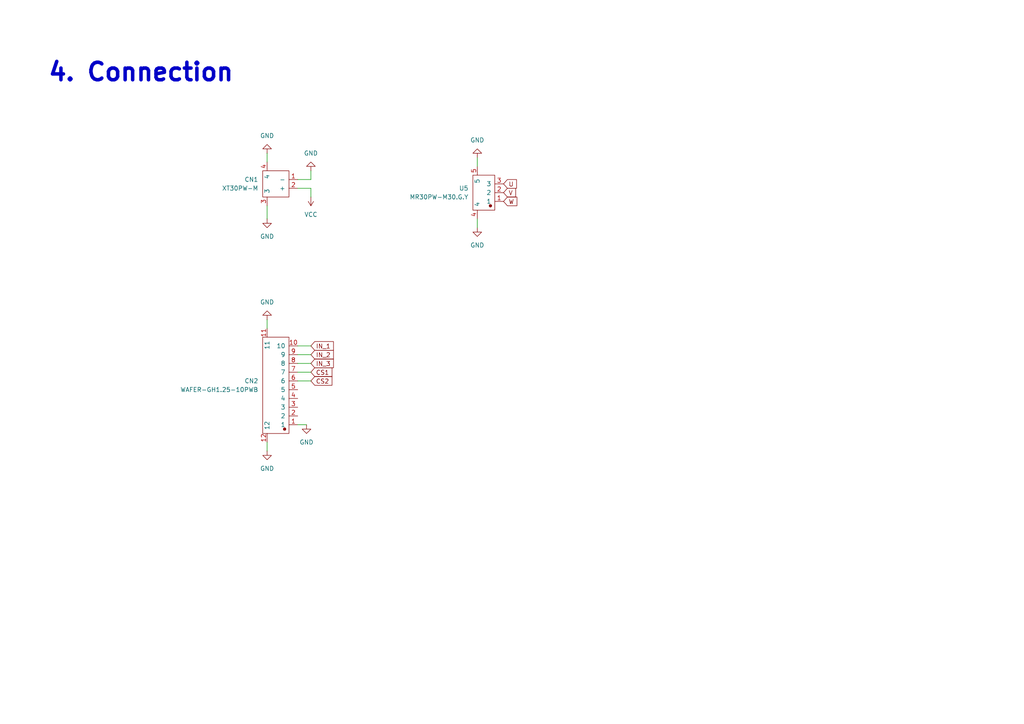
<source format=kicad_sch>
(kicad_sch (version 20231120) (generator "eeschema") (generator_version "8.0")
  (paper "A4")
  (lib_symbols
    (symbol "EG2134_single_motor_drive:MR30PW-M30.G.Y" (pin_names (offset 1.016))
      (property "Reference" "U" (at -2.032 6.35 0))
      (property "Value" "MR30PW-M30.G.Y" (at 5.334 -0.254 90))
      (symbol "MR30PW-M30.G.Y_1_1"
        (rectangle (start -2.54 5.08) (end 3.81 -5.08) (stroke (width 0.1524)))
        (circle (center -1.27 3.81) (radius 0.381) (stroke (width 0.1524)) (fill (type outline)))
        (pin input line (at -5.08 2.54 0) (length 2.54) (name "1") (number "1"))
        (pin input line (at -5.08 0 0) (length 2.54) (name "2") (number "2"))
        (pin input line (at -5.08 -2.54 0) (length 2.54) (name "3") (number "3"))
        (pin input line (at 2.54 7.62 270) (length 2.54) (name "4") (number "4"))
        (pin input line (at 2.54 -7.62 90) (length 2.54) (name "5") (number "5"))
      )
    )
    (symbol "EG2134_single_motor_drive:WAFER-GH1.25-10PWB" (pin_names (offset 1.016))
      (property "Reference" "CN" (at -1.524 14.986 0))
      (property "Value" "WAFER-GH1.25-10PWB" (at 6.35 0.508 90))
      (symbol "WAFER-GH1.25-10PWB_1_1"
        (rectangle (start -2.54 13.97) (end 5.08 -13.97) (stroke (width 0.1524)))
        (circle (center -1.27 12.7) (radius 0.381) (stroke (width 0.1524)) (fill (type outline)))
        (pin input line (at -5.08 11.43 0) (length 2.54) (name "1") (number "1"))
        (pin input line (at -5.08 -11.43 0) (length 2.54) (name "10") (number "10"))
        (pin input line (at 3.81 -16.51 90) (length 2.54) (name "11") (number "11"))
        (pin input line (at 3.81 16.51 270) (length 2.54) (name "12") (number "12"))
        (pin input line (at -5.08 8.89 0) (length 2.54) (name "2") (number "2"))
        (pin input line (at -5.08 6.35 0) (length 2.54) (name "3") (number "3"))
        (pin input line (at -5.08 3.81 0) (length 2.54) (name "4") (number "4"))
        (pin input line (at -5.08 1.27 0) (length 2.54) (name "5") (number "5"))
        (pin input line (at -5.08 -1.27 0) (length 2.54) (name "6") (number "6"))
        (pin input line (at -5.08 -3.81 0) (length 2.54) (name "7") (number "7"))
        (pin input line (at -5.08 -6.35 0) (length 2.54) (name "8") (number "8"))
        (pin input line (at -5.08 -8.89 0) (length 2.54) (name "9") (number "9"))
      )
    )
    (symbol "EG2134_single_motor_drive:XT30PW-M" (pin_names (offset 1.016))
      (property "Reference" "CN" (at -0.508 -1.524 0))
      (property "Value" "XT30PW-M" (at -0.254 -6.35 0))
      (symbol "XT30PW-M_1_1"
        (rectangle (start -3.81 2.54) (end 3.81 -5.08) (stroke (width 0.1524)))
        (pin input line (at -1.27 5.08 270) (length 2.54) (name "-") (number "1"))
        (pin input line (at 1.27 5.08 270) (length 2.54) (name "+") (number "2"))
        (pin input line (at 6.35 -3.81 180) (length 2.54) (name "3") (number "3"))
        (pin input line (at -6.35 -3.81 0) (length 2.54) (name "4") (number "4"))
      )
    )
    (symbol "power:GND" (power) (pin_numbers hide) (pin_names (offset 0) hide)
      (property "Value" "GND" (at 0 -3.81 0))
      (symbol "GND_0_1"
        (polyline (pts (xy 0 0) (xy 0 -1.27) (xy 1.27 -1.27) (xy 0 -2.54) (xy -1.27 -1.27) (xy 0 -1.27)))
      )
      (symbol "GND_1_1"
        (pin power_in line (at 0 0 270) (length 0) (name "~") (number "1"))
      )
    )
    (symbol "power:VCC" (power) (pin_numbers hide) (pin_names (offset 0) hide)
      (property "Value" "VCC" (at 0 3.556 0))
      (symbol "VCC_0_1"
        (polyline (pts (xy -0.762 1.27) (xy 0 2.54)))
        (polyline (pts (xy 0 0) (xy 0 2.54)))
        (polyline (pts (xy 0 2.54) (xy 0.762 1.27)))
      )
      (symbol "VCC_1_1"
        (pin power_in line (at 0 0 90) (length 0) (name "~") (number "1"))
      )
    )
  )
  (wire (pts (xy 90.17 100.33) (xy 86.36 100.33)))
  (wire (pts (xy 90.17 102.87) (xy 86.36 102.87)))
  (wire (pts (xy 77.47 92.71) (xy 77.47 95.25)))
  (wire (pts (xy 138.43 66.04) (xy 138.43 63.5)))
  (wire (pts (xy 90.17 54.61) (xy 86.36 54.61)))
  (wire (pts (xy 88.9 123.19) (xy 86.36 123.19)))
  (wire (pts (xy 90.17 107.95) (xy 86.36 107.95)))
  (wire (pts (xy 90.17 110.49) (xy 86.36 110.49)))
  (wire (pts (xy 138.43 45.72) (xy 138.43 48.26)))
  (wire (pts (xy 77.47 44.45) (xy 77.47 46.99)))
  (wire (pts (xy 90.17 49.53) (xy 90.17 52.07)))
  (wire (pts (xy 77.47 130.81) (xy 77.47 128.27)))
  (wire (pts (xy 90.17 105.41) (xy 86.36 105.41)))
  (wire (pts (xy 90.17 57.15) (xy 90.17 54.61)))
  (wire (pts (xy 77.47 63.5) (xy 77.47 59.69)))
  (wire (pts (xy 90.17 52.07) (xy 86.36 52.07)))
  (text "4. Connection\n" (at 40.894 21.082 0) (effects (font (size 5.08 5.08) (thickness 1.016) (bold yes))))
  (global_label "CS1" (shape input) (at 90.17 107.95 0) (property "Intersheetrefs" "${INTERSHEET_REFS}" (effects (hide yes))))
  (global_label "V" (shape input) (at 146.05 55.88 0) (property "Intersheetrefs" "${INTERSHEET_REFS}" (effects (hide yes))))
  (global_label "IN_2" (shape input) (at 90.17 102.87 0) (property "Intersheetrefs" "${INTERSHEET_REFS}" (effects (hide yes))))
  (global_label "CS2" (shape input) (at 90.17 110.49 0) (property "Intersheetrefs" "${INTERSHEET_REFS}" (effects (hide yes))))
  (global_label "W" (shape input) (at 146.05 58.42 0) (property "Intersheetrefs" "${INTERSHEET_REFS}" (effects (hide yes))))
  (global_label "IN_3" (shape input) (at 90.17 105.41 0) (property "Intersheetrefs" "${INTERSHEET_REFS}" (effects (hide yes))))
  (global_label "IN_1" (shape input) (at 90.17 100.33 0) (property "Intersheetrefs" "${INTERSHEET_REFS}" (effects (hide yes))))
  (global_label "U" (shape input) (at 146.05 53.34 0) (property "Intersheetrefs" "${INTERSHEET_REFS}" (effects (hide yes))))
  (symbol (lib_id "power:GND") (at 77.47 63.5 0) (unit 1)
    (property "Reference" "#PWR031" (effects (hide yes)))
    (property "Value" "GND" (at 77.47 68.58 0))
    (property "Description" "Power symbol creates a global label with name \"GND\" , ground" (effects (hide yes)))
  )
  (symbol (lib_id "EG2134_single_motor_drive:XT30PW-M") (at 81.28 53.34 270) (unit 1)
    (property "Reference" "CN1" (at 74.93 52.0699 90) (effects (justify right)))
    (property "Value" "XT30PW-M" (at 74.93 54.6099 90) (effects (justify right)))
    (property "Footprint" "EG2134_single_motor_drive:XT30PW-M30.G.Y" (effects (hide yes)))
    (property "Datasheet" "http://www.szlcsc.com/product/details_426930.html" (effects (hide yes)))
    (property "SuppliersPartNumber" "C431092" (effects (hide yes)))
    (property "uuid" "std:a5840929b24f4c1eb727ea4219c56c07" (effects (hide yes)))
  )
  (symbol (lib_id "power:GND") (at 138.43 66.04 0) (unit 1)
    (property "Reference" "#PWR038" (effects (hide yes)))
    (property "Value" "GND" (at 138.43 71.12 0))
    (property "Description" "Power symbol creates a global label with name \"GND\" , ground" (effects (hide yes)))
  )
  (symbol (lib_id "power:GND") (at 88.9 123.19 0) (unit 1)
    (property "Reference" "#PWR034" (effects (hide yes)))
    (property "Value" "GND" (at 88.9 128.27 0))
    (property "Description" "Power symbol creates a global label with name \"GND\" , ground" (effects (hide yes)))
  )
  (symbol (lib_id "power:GND") (at 77.47 92.71 180) (unit 1)
    (property "Reference" "#PWR032" (effects (hide yes)))
    (property "Value" "GND" (at 77.47 87.63 0))
    (property "Description" "Power symbol creates a global label with name \"GND\" , ground" (effects (hide yes)))
  )
  (symbol (lib_id "EG2134_single_motor_drive:WAFER-GH1.25-10PWB") (at 81.28 111.76 180) (unit 1)
    (property "Reference" "CN2" (at 74.93 110.4899 0) (effects (justify left)))
    (property "Value" "WAFER-GH1.25-10PWB" (at 74.93 113.0299 0) (effects (justify left)))
    (property "Footprint" "EG2134_single_motor_drive:WAFER-GH1.25-10PWB" (effects (hide yes)))
    (property "SuppliersPartNumber" "C3029385" (effects (hide yes)))
    (property "uuid" "std:7d161e967a494b2393c1b8bde7a3fcc7" (effects (hide yes)))
  )
  (symbol (lib_id "power:GND") (at 90.17 49.53 180) (unit 1)
    (property "Reference" "#PWR035" (effects (hide yes)))
    (property "Value" "GND" (at 90.17 44.45 0))
    (property "Description" "Power symbol creates a global label with name \"GND\" , ground" (effects (hide yes)))
  )
  (symbol (lib_id "power:GND") (at 77.47 130.81 0) (unit 1)
    (property "Reference" "#PWR033" (effects (hide yes)))
    (property "Value" "GND" (at 77.47 135.89 0))
    (property "Description" "Power symbol creates a global label with name \"GND\" , ground" (effects (hide yes)))
  )
  (symbol (lib_id "power:VCC") (at 90.17 57.15 180) (unit 1)
    (property "Reference" "#PWR036" (effects (hide yes)))
    (property "Value" "VCC" (at 90.17 62.23 0))
    (property "Description" "Power symbol creates a global label with name \"VCC\"" (effects (hide yes)))
  )
  (symbol (lib_id "EG2134_single_motor_drive:MR30PW-M30.G.Y") (at 140.97 55.88 180) (unit 1)
    (property "Reference" "U5" (at 135.89 54.6099 0) (effects (justify left)))
    (property "Value" "MR30PW-M30.G.Y" (at 135.89 57.1499 0) (effects (justify left)))
    (property "Footprint" "EG2134_single_motor_drive:MR30PW-M30.G.Y" (effects (hide yes)))
    (property "SuppliersPartNumber" "C19268036" (effects (hide yes)))
    (property "uuid" "std:fd50f7a470564d188bd35cbced11e981" (effects (hide yes)))
  )
  (symbol (lib_id "power:GND") (at 138.43 45.72 180) (unit 1)
    (property "Reference" "#PWR037" (effects (hide yes)))
    (property "Value" "GND" (at 138.43 40.64 0))
    (property "Description" "Power symbol creates a global label with name \"GND\" , ground" (effects (hide yes)))
  )
  (symbol (lib_id "power:GND") (at 77.47 44.45 180) (unit 1)
    (property "Reference" "#PWR030" (effects (hide yes)))
    (property "Value" "GND" (at 77.47 39.37 0))
    (property "Description" "Power symbol creates a global label with name \"GND\" , ground" (effects (hide yes)))
  )
)
</source>
